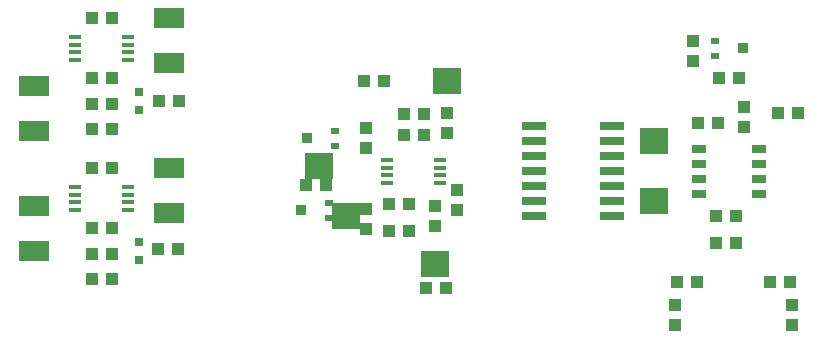
<source format=gtp>
G75*
G70*
%OFA0B0*%
%FSLAX24Y24*%
%IPPOS*%
%LPD*%
%AMOC8*
5,1,8,0,0,1.08239X$1,22.5*
%
%ADD10R,0.0433X0.0157*%
%ADD11R,0.0800X0.0260*%
%ADD12R,0.0433X0.0394*%
%ADD13R,0.0984X0.0669*%
%ADD14R,0.0394X0.0433*%
%ADD15R,0.0250X0.0500*%
%ADD16R,0.0960X0.0900*%
%ADD17R,0.0500X0.0250*%
%ADD18R,0.0354X0.0354*%
%ADD19R,0.0276X0.0236*%
%ADD20R,0.0315X0.0315*%
D10*
X009882Y010647D03*
X009882Y010903D03*
X009882Y011159D03*
X009882Y011415D03*
X011654Y011415D03*
X011654Y011159D03*
X011654Y010903D03*
X011654Y010647D03*
X011654Y015647D03*
X011654Y015903D03*
X011654Y016159D03*
X011654Y016415D03*
X009882Y016415D03*
X009882Y016159D03*
X009882Y015903D03*
X009882Y015647D03*
X020282Y012315D03*
X020282Y012059D03*
X020282Y011803D03*
X020282Y011547D03*
X022054Y011547D03*
X022054Y011803D03*
X022054Y012059D03*
X022054Y012315D03*
D11*
X025163Y012431D03*
X025163Y011931D03*
X025163Y011431D03*
X025163Y010931D03*
X025163Y010431D03*
X027773Y010431D03*
X027773Y010931D03*
X027773Y011431D03*
X027773Y011931D03*
X027773Y012431D03*
X027773Y012931D03*
X027773Y013431D03*
X025163Y013431D03*
X025163Y012931D03*
D12*
X010433Y008331D03*
X011103Y008331D03*
X011103Y009181D03*
X010433Y009181D03*
X010433Y010031D03*
X011103Y010031D03*
X012633Y009331D03*
X013303Y009331D03*
X011103Y012031D03*
X010433Y012031D03*
X010433Y013331D03*
X011103Y013331D03*
X011103Y014181D03*
X010433Y014181D03*
X010433Y015031D03*
X011103Y015031D03*
X012683Y014281D03*
X013353Y014281D03*
X011103Y017031D03*
X010433Y017031D03*
X017582Y011474D03*
X018251Y011474D03*
X020333Y010831D03*
X021003Y010831D03*
X021003Y009931D03*
X020333Y009931D03*
X021568Y008037D03*
X022237Y008037D03*
X029933Y008231D03*
X030603Y008231D03*
X031233Y009531D03*
X031903Y009531D03*
X031903Y010431D03*
X031233Y010431D03*
X033033Y008231D03*
X033703Y008231D03*
X031303Y013531D03*
X030633Y013531D03*
X031333Y015031D03*
X032003Y015031D03*
X033299Y013863D03*
X033968Y013863D03*
X021503Y013831D03*
X020833Y013831D03*
X020833Y013131D03*
X021503Y013131D03*
X020168Y014944D03*
X019499Y014944D03*
D13*
X013018Y015533D03*
X013018Y017029D03*
X008518Y014779D03*
X008518Y013283D03*
X008518Y010779D03*
X008518Y009283D03*
X013018Y010533D03*
X013018Y012029D03*
D14*
X019568Y012696D03*
X019568Y013366D03*
X022268Y013196D03*
X022268Y013866D03*
X022606Y011315D03*
X022606Y010645D03*
X021868Y010766D03*
X021868Y010096D03*
X019568Y009996D03*
X019568Y010666D03*
X029868Y007466D03*
X029868Y006796D03*
X033768Y006796D03*
X033768Y007466D03*
X032168Y013396D03*
X032168Y014066D03*
X030468Y015596D03*
X030468Y016266D03*
D15*
X029330Y012931D03*
X029006Y012931D03*
X029006Y010931D03*
X029330Y010931D03*
X022430Y014931D03*
X022106Y014931D03*
X018156Y012110D03*
X017832Y012110D03*
X018738Y010452D03*
X019062Y010452D03*
X021706Y008831D03*
X022030Y008831D03*
D16*
X021868Y008831D03*
X018900Y010452D03*
X017994Y012110D03*
X022268Y014931D03*
X029168Y012931D03*
X029168Y010931D03*
D17*
X030668Y011181D03*
X030668Y011681D03*
X030668Y012181D03*
X030668Y012681D03*
X032668Y012681D03*
X032668Y012181D03*
X032668Y011681D03*
X032668Y011181D03*
D18*
X032140Y016031D03*
X017596Y013031D03*
X017396Y010631D03*
D19*
X018340Y010375D03*
X018340Y010887D03*
X018540Y012775D03*
X018540Y013287D03*
X031196Y015775D03*
X031196Y016287D03*
D20*
X012018Y014576D03*
X012018Y013986D03*
X012018Y009576D03*
X012018Y008986D03*
M02*

</source>
